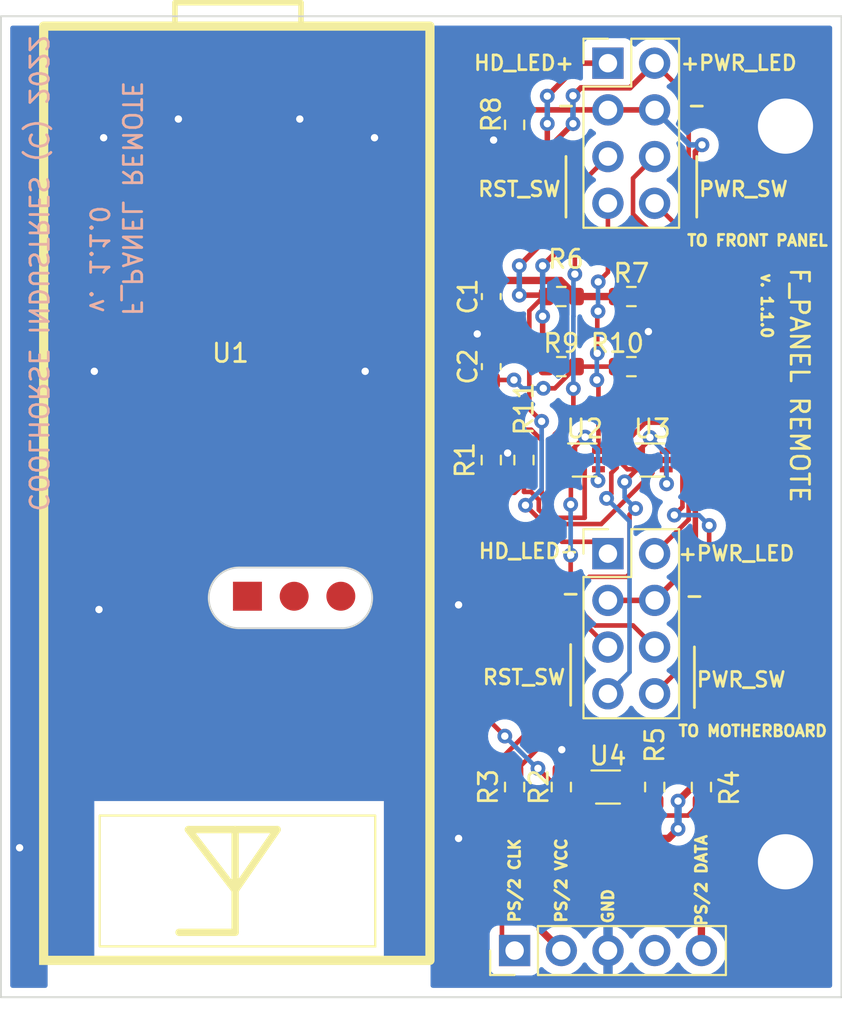
<source format=kicad_pcb>
(kicad_pcb (version 20221018) (generator pcbnew)
  (layers (0 "F.Cu" signal) (31 "B.Cu" signal) (34 "B.Paste" user) (35 "F.Paste" user) (36 "B.SilkS" user "B.Silkscreen") (37 "F.SilkS" user "F.Silkscreen") (38 "B.Mask" user) (39 "F.Mask" user) (44 "Edge.Cuts" user))
  (property "VERSION" "1.1.0")
  (net 0 "")
  (net 1 "Net-(J1-Pin_1)")
  (net 2 "Net-(J1-Pin_2)")
  (net 3 "HD_LED_SENS")
  (net 4 "GND")
  (net 5 "PWR_LED_SENS")
  (net 6 "Net-(J1-Pin_3)")
  (net 7 "Net-(J1-Pin_5)")
  (net 8 "Net-(J1-Pin_6)")
  (net 9 "Net-(J1-Pin_7)")
  (net 10 "Net-(J1-Pin_8)")
  (net 25 "PS2_CLK")
  (net 26 "PS2_VCC")
  (net 35 "PS2_DATA")
  (net 37 "RESET_SW")
  (net 40 "PI_PS2_CLK")
  (net 41 "PI_PS2_DATA")
  (net 42 "POWER_SW")
  (net 53 "Net-(U2-Q1_S)")
  (net 54 "Net-(U3-Q1_S)")
  (footprint "Resistor_SMD:R_0603_1608Metric" (layer "F.Cu") (at 151.384 112.776 90)
    (fp_text reference "R3" (at 0 -1.43 90) (layer "F.SilkS"))
    (fp_text value "10K")
    (pad "1" smd roundrect (at -0.825 0 90) (size 0.8 0.95) (layers "F.Cu" "F.Paste" "F.Mask") (net 26 "PS2_VCC"))
    (pad "2" smd roundrect (at 0.825 0 90) (size 0.8 0.95) (layers "F.Cu" "F.Paste" "F.Mask") (net 25 "PS2_CLK"))
  )
  (footprint "Resistor_SMD:R_0603_1608Metric" (layer "F.Cu") (at 153.924 89.916)
    (fp_text reference "R9" (at 0 -1.27) (layer "F.SilkS"))
    (fp_text value "10K")
    (pad "1" smd roundrect (at -0.825 0) (size 0.8 0.95) (layers "F.Cu" "F.Paste" "F.Mask") (net 2 "Net-(J1-Pin_2)"))
    (pad "2" smd roundrect (at 0.825 0) (size 0.8 0.95) (layers "F.Cu" "F.Paste" "F.Mask") (net 5 "PWR_LED_SENS"))
  )
  (footprint "Resistor_SMD:R_0603_1608Metric" (layer "F.Cu") (at 159.004 112.776 -90)
    (fp_text reference "R5" (at -2.286 0 90) (layer "F.SilkS"))
    (fp_text value "10K")
    (pad "1" smd roundrect (at -0.825 0 270) (size 0.8 0.95) (layers "F.Cu" "F.Paste" "F.Mask") (net 41 "PI_PS2_DATA"))
    (pad "2" smd roundrect (at 0.825 0 270) (size 0.8 0.95) (layers "F.Cu" "F.Paste" "F.Mask") (net 4 "GND"))
  )
  (footprint "Connector_PinHeader_2.54mm:PinHeader_1x05_P2.54mm_Vertical" (layer "F.Cu") (at 151.384 121.666 90)
    (fp_text reference "J3" hide)
    (fp_text value "PS/2 HDR")
    (pad "1" thru_hole rect (at 0 0 90) (size 1.7 1.7) (drill 1) (layers "*.Cu" "*.Mask") (net 25 "PS2_CLK"))
    (pad "2" thru_hole oval (at 0 2.54 90) (size 1.7 1.7) (drill 1) (layers "*.Cu" "*.Mask") (net 26 "PS2_VCC"))
    (pad "3" thru_hole oval (at 0 5.08 90) (size 1.7 1.7) (drill 1) (layers "*.Cu" "*.Mask") (net 4 "GND"))
    (pad "4" thru_hole oval (at 0 7.62 90) (size 1.7 1.7) (drill 1) (layers "*.Cu" "*.Mask"))
    (pad "5" thru_hole oval (at 0 10.16 90) (size 1.7 1.7) (drill 1) (layers "*.Cu" "*.Mask") (net 35 "PS2_DATA"))
  )
  (footprint "Package_TO_SOT_SMD:SOT-563" (layer "F.Cu") (at 158.877 94.996)
    (fp_text reference "U3" (at 0 -1.7) (layer "F.SilkS"))
    (fp_text value "SSM6N44FE")
    (pad "1" smd rect (at -0.75 -0.5) (size 0.7 0.34) (layers "F.Cu" "F.Paste" "F.Mask") (net 54 "Net-(U3-Q1_S)"))
    (pad "2" smd rect (at -0.75 0) (size 0.7 0.34) (layers "F.Cu" "F.Paste" "F.Mask") (net 42 "POWER_SW"))
    (pad "3" smd rect (at -0.75 0.5) (size 0.7 0.34) (layers "F.Cu" "F.Paste" "F.Mask") (net 8 "Net-(J1-Pin_6)"))
    (pad "4" smd rect (at 0.75 0.5) (size 0.7 0.34) (layers "F.Cu" "F.Paste" "F.Mask") (net 54 "Net-(U3-Q1_S)"))
    (pad "5" smd rect (at 0.75 0) (size 0.7 0.34) (layers "F.Cu" "F.Paste" "F.Mask") (net 42 "POWER_SW"))
    (pad "6" smd rect (at 0.75 -0.5) (size 0.7 0.34) (layers "F.Cu" "F.Paste" "F.Mask") (net 10 "Net-(J1-Pin_8)"))
  )
  (footprint "Package_TO_SOT_SMD:SOT-563" (layer "F.Cu") (at 156.464 112.776)
    (fp_text reference "U4" (at 0 -1.7) (layer "F.SilkS"))
    (fp_text value "SSM6N44FE")
    (pad "1" smd rect (at -0.75 -0.5) (size 0.7 0.34) (layers "F.Cu" "F.Paste" "F.Mask") (net 4 "GND"))
    (pad "2" smd rect (at -0.75 0) (size 0.7 0.34) (layers "F.Cu" "F.Paste" "F.Mask") (net 40 "PI_PS2_CLK"))
    (pad "3" smd rect (at -0.75 0.5) (size 0.7 0.34) (layers "F.Cu" "F.Paste" "F.Mask") (net 35 "PS2_DATA"))
    (pad "4" smd rect (at 0.75 0.5) (size 0.7 0.34) (layers "F.Cu" "F.Paste" "F.Mask") (net 4 "GND"))
    (pad "5" smd rect (at 0.75 0) (size 0.7 0.34) (layers "F.Cu" "F.Paste" "F.Mask") (net 41 "PI_PS2_DATA"))
    (pad "6" smd rect (at 0.75 -0.5) (size 0.7 0.34) (layers "F.Cu" "F.Paste" "F.Mask") (net 25 "PS2_CLK"))
  )
  (footprint "Resistor_SMD:R_0603_1608Metric" (layer "F.Cu") (at 150.114 94.996 90)
    (fp_text reference "R1" (at 0 -1.43 90) (layer "F.SilkS"))
    (fp_text value "10K")
    (pad "1" smd roundrect (at -0.825 0 90) (size 0.8 0.95) (layers "F.Cu" "F.Paste" "F.Mask") (net 37 "RESET_SW"))
    (pad "2" smd roundrect (at 0.825 0 90) (size 0.8 0.95) (layers "F.Cu" "F.Paste" "F.Mask") (net 4 "GND"))
  )
  (footprint "Resistor_SMD:R_0603_1608Metric" (layer "F.Cu") (at 157.734 89.916)
    (fp_text reference "R10" (at -0.762 -1.27) (layer "F.SilkS"))
    (fp_text value "10K")
    (pad "1" smd roundrect (at -0.825 0) (size 0.8 0.95) (layers "F.Cu" "F.Paste" "F.Mask") (net 5 "PWR_LED_SENS"))
    (pad "2" smd roundrect (at 0.825 0) (size 0.8 0.95) (layers "F.Cu" "F.Paste" "F.Mask") (net 4 "GND"))
  )
  (footprint "Resistor_SMD:R_0603_1608Metric" (layer "F.Cu") (at 151.384 76.771 90)
    (fp_text reference "R8" (at 0.571 -1.27 90) (layer "F.SilkS"))
    (fp_text value "0R")
    (pad "1" smd roundrect (at -0.825 0 90) (size 0.8 0.95) (layers "F.Cu" "F.Paste" "F.Mask") (net 4 "GND"))
    (pad "2" smd roundrect (at 0.825 0 90) (size 0.8 0.95) (layers "F.Cu" "F.Paste" "F.Mask") (net 6 "Net-(J1-Pin_3)"))
  )
  (footprint "Resistor_SMD:R_0603_1608Metric" (layer "F.Cu") (at 151.892 94.996 90)
    (fp_text reference "R11" (at 2.794 0 90) (layer "F.SilkS"))
    (fp_text value "10K")
    (pad "1" smd roundrect (at -0.825 0 90) (size 0.8 0.95) (layers "F.Cu" "F.Paste" "F.Mask") (net 42 "POWER_SW"))
    (pad "2" smd roundrect (at 0.825 0 90) (size 0.8 0.95) (layers "F.Cu" "F.Paste" "F.Mask") (net 4 "GND"))
  )
  (footprint "Capacitor_SMD:C_0603_1608Metric" (layer "F.Cu") (at 150.114 86.106 -90)
    (fp_text reference "C1" (at 0 1.27 90) (layer "F.SilkS"))
    (fp_text value "100nF")
    (pad "1" smd roundrect (at -0.775 0 270) (size 0.9 0.95) (layers "F.Cu" "F.Paste" "F.Mask") (net 3 "HD_LED_SENS"))
    (pad "2" smd roundrect (at 0.775 0 270) (size 0.9 0.95) (layers "F.Cu" "F.Paste" "F.Mask") (net 4 "GND"))
  )
  (footprint "Capacitor_SMD:C_0603_1608Metric" (layer "F.Cu") (at 150.114 89.916 90)
    (fp_text reference "C2" (at 0 -1.27 90) (layer "F.SilkS"))
    (fp_text value "100nF")
    (pad "1" smd roundrect (at -0.775 0 90) (size 0.9 0.95) (layers "F.Cu" "F.Paste" "F.Mask") (net 5 "PWR_LED_SENS"))
    (pad "2" smd roundrect (at 0.775 0 90) (size 0.9 0.95) (layers "F.Cu" "F.Paste" "F.Mask") (net 4 "GND"))
  )
  (footprint "Resistor_SMD:R_0603_1608Metric" (layer "F.Cu") (at 153.924 112.776 90)
    (fp_text reference "R2" (at 0 -1.2192 90) (layer "F.SilkS"))
    (fp_text value "10K")
    (pad "1" smd roundrect (at -0.825 0 90) (size 0.8 0.95) (layers "F.Cu" "F.Paste" "F.Mask") (net 40 "PI_PS2_CLK"))
    (pad "2" smd roundrect (at 0.825 0 90) (size 0.8 0.95) (layers "F.Cu" "F.Paste" "F.Mask") (net 4 "GND"))
  )
  (footprint "Connector_PinHeader_2.54mm:PinHeader_2x04_P2.54mm_Vertical" (layer "F.Cu") (at 156.459 73.416)
    (fp_text reference "J1" hide)
    (fp_text value "Conn_02x04_Odd_Even")
    (pad "1" thru_hole rect (at 0 0) (size 1.7 1.7) (drill 1) (layers "*.Cu" "*.Mask") (net 1 "Net-(J1-Pin_1)"))
    (pad "2" thru_hole oval (at 2.54 0) (size 1.7 1.7) (drill 1) (layers "*.Cu" "*.Mask") (net 2 "Net-(J1-Pin_2)"))
    (pad "3" thru_hole oval (at 0 2.54) (size 1.7 1.7) (drill 1) (layers "*.Cu" "*.Mask") (net 6 "Net-(J1-Pin_3)"))
    (pad "4" thru_hole oval (at 2.54 2.54) (size 1.7 1.7) (drill 1) (layers "*.Cu" "*.Mask") (net 6 "Net-(J1-Pin_3)"))
    (pad "5" thru_hole oval (at 0 5.08) (size 1.7 1.7) (drill 1) (layers "*.Cu" "*.Mask") (net 7 "Net-(J1-Pin_5)"))
    (pad "6" thru_hole oval (at 2.54 5.08) (size 1.7 1.7) (drill 1) (layers "*.Cu" "*.Mask") (net 8 "Net-(J1-Pin_6)"))
    (pad "7" thru_hole oval (at 0 7.62) (size 1.7 1.7) (drill 1) (layers "*.Cu" "*.Mask") (net 9 "Net-(J1-Pin_7)"))
    (pad "8" thru_hole oval (at 2.54 7.62) (size 1.7 1.7) (drill 1) (layers "*.Cu" "*.Mask") (net 10 "Net-(J1-Pin_8)"))
  )
  (footprint "Resistor_SMD:R_0603_1608Metric" (layer "F.Cu") (at 153.924 86.106)
    (fp_text reference "R6" (at 0.254 -2.032) (layer "F.SilkS"))
    (fp_text value "10K")
    (pad "1" smd roundrect (at -0.825 0) (size 0.8 0.95) (layers "F.Cu" "F.Paste" "F.Mask") (net 1 "Net-(J1-Pin_1)"))
    (pad "2" smd roundrect (at 0.825 0) (size 0.8 0.95) (layers "F.Cu" "F.Paste" "F.Mask") (net 3 "HD_LED_SENS"))
  )
  (footprint "components:pi_pico_w" (layer "F.Cu") (at 124.979 122.201)
    (fp_text reference "U1" (at 10.95 -33.02 unlocked) (layer "F.SilkS"))
    (fp_text value "pi_pico_w")
    (pad "1" smd roundrect (at 1.6 -49.63) (size 3.2 1.6) (layers "F.Cu" "F.Paste" "F.Mask") (roundrect_rratio 0.45) (chamfer_ratio 0) (chamfer top_left bottom_left))
    (pad "2" smd roundrect (at 1.6 -47.09) (size 3.2 1.6) (layers "F.Cu" "F.Paste" "F.Mask") (roundrect_rratio 0.45) (chamfer_ratio 0) (chamfer top_left bottom_left))
    (pad "3" smd roundrect (at 1.6 -44.55) (size 3.2 1.6) (layers "F.Cu" "F.Paste" "F.Mask") (roundrect_rratio 0.2) (chamfer_ratio 0) (chamfer top_left bottom_left) (net 4 "GND"))
    (pad "4" smd roundrect (at 1.6 -42.01) (size 3.2 1.6) (layers "F.Cu" "F.Paste" "F.Mask") (roundrect_rratio 0.45) (chamfer_ratio 0) (chamfer top_left bottom_left) (net 40 "PI_PS2_CLK"))
    (pad "5" smd roundrect (at 1.6 -39.47) (size 3.2 1.6) (layers "F.Cu" "F.Paste" "F.Mask") (roundrect_rratio 0.45) (chamfer_ratio 0) (chamfer top_left bottom_left) (net 41 "PI_PS2_DATA"))
    (pad "6" smd roundrect (at 1.6 -36.93) (size 3.2 1.6) (layers "F.Cu" "F.Paste" "F.Mask") (roundrect_rratio 0.45) (chamfer_ratio 0) (chamfer top_left bottom_left))
    (pad "7" smd roundrect (at 1.6 -34.39) (size 3.2 1.6) (layers "F.Cu" "F.Paste" "F.Mask") (roundrect_rratio 0.45) (chamfer_ratio 0) (chamfer top_left bottom_left))
    (pad "8" smd roundrect (at 1.6 -31.85) (size 3.2 1.6) (layers "F.Cu" "F.Paste" "F.Mask") (roundrect_rratio 0.2) (chamfer_ratio 0) (chamfer top_left bottom_left) (net 4 "GND"))
    (pad "9" smd roundrect (at 1.6 -29.31) (size 3.2 1.6) (layers "F.Cu" "F.Paste" "F.Mask") (roundrect_rratio 0.45) (chamfer_ratio 0) (chamfer top_left bottom_left))
    (pad "10" smd roundrect (at 1.6 -26.77) (size 3.2 1.6) (layers "F.Cu" "F.Paste" "F.Mask") (roundrect_rratio 0.45) (chamfer_ratio 0) (chamfer top_left bottom_left))
    (pad "11" smd roundrect (at 1.6 -24.23) (size 3.2 1.6) (layers "F.Cu" "F.Paste" "F.Mask") (roundrect_rratio 0.45) (chamfer_ratio 0) (chamfer top_left bottom_left))
    (pad "12" smd roundrect (at 1.6 -21.69) (size 3.2 1.6) (layers "F.Cu" "F.Paste" "F.Mask") (roundrect_rratio 0.45) (chamfer_ratio 0) (chamfer top_left bottom_left))
    (pad "13" smd roundrect (at 1.6 -19.15) (size 3.2 1.6) (layers "F.Cu" "F.Paste" "F.Mask") (roundrect_rratio 0.2) (chamfer_ratio 0) (chamfer top_left bottom_left) (net 4 "GND"))
    (pad "14" smd roundrect (at 1.6 -16.61) (size 3.2 1.6) (layers "F.Cu" "F.Paste" "F.Mask") (roundrect_rratio 0.45) (chamfer_ratio 0) (chamfer top_left bottom_left))
    (pad "15" smd roundrect (at 1.6 -14.07) (size 3.2 1.6) (layers "F.Cu" "F.Paste" "F.Mask") (roundrect_rratio 0.45) (chamfer_ratio 0) (chamfer top_left bottom_left))
    (pad "16" smd roundrect (at 1.6 -11.53) (size 3.2 1.6) (layers "F.Cu" "F.Paste" "F.Mask") (roundrect_rratio 0.45) (chamfer_ratio 0) (chamfer top_left bottom_left))
    (pad "17" smd roundrect (at 1.6 -8.99) (size 3.2 1.6) (layers "F.Cu" "F.Paste" "F.Mask") (roundrect_rratio 0.45) (chamfer_ratio 0) (chamfer top_left bottom_left))
    (pad "18" smd roundrect (at 1.6 -6.45) (size 3.2 1.6) (layers "F.Cu" "F.Paste" "F.Mask") (roundrect_rratio 0.2) (chamfer_ratio 0) (chamfer top_left bottom_left) (net 4 "GND"))
    (pad "19" smd roundrect (at 1.6 -3.91) (size 3.2 1.6) (layers "F.Cu" "F.Paste" "F.Mask") (roundrect_rratio 0.45) (chamfer_ratio 0) (chamfer top_left bottom_left))
    (pad "20" smd roundrect (at 1.6 -1.37) (size 3.2 1.6) (layers "F.Cu" "F.Paste" "F.Mask") (roundrect_rratio 0.45) (chamfer_ratio 0) (chamfer top_left bottom_left))
    (pad "21" smd roundrect (at 20.98 -1.37 180) (size 3.2 1.6) (layers "F.Cu" "F.Paste" "F.Mask") (roundrect_rratio 0.45) (chamfer_ratio 0) (chamfer top_left bottom_left))
    (pad "22" smd roundrect (at 20.98 -3.91 180) (size 3.2 1.6) (layers "F.Cu" "F.Paste" "F.Mask") (roundrect_rratio 0.45) (chamfer_ratio 0) (chamfer top_left bottom_left))
    (pad "23" smd roundrect (at 20.98 -6.45 180) (size 3.2 1.6) (layers "F.Cu" "F.Paste" "F.Mask") (roundrect_rratio 0.2) (chamfer_ratio 0) (chamfer top_left bottom_left) (net 4 "GND"))
    (pad "24" smd roundrect (at 20.98 -8.99 180) (size 3.2 1.6) (layers "F.Cu" "F.Paste" "F.Mask") (roundrect_rratio 0.45) (chamfer_ratio 0) (chamfer top_left bottom_left))
    (pad "25" smd roundrect (at 20.98 -11.53 180) (size 3.2 1.6) (layers "F.Cu" "F.Paste" "F.Mask") (roundrect_rratio 0.45) (chamfer_ratio 0) (chamfer top_left bottom_left))
    (pad "26" smd roundrect (at 20.98 -14.07 180) (size 3.2 1.6) (layers "F.Cu" "F.Paste" "F.Mask") (roundrect_rratio 0.45) (chamfer_ratio 0) (chamfer top_left bottom_left))
    (pad "27" smd roundrect (at 20.98 -16.61 180) (size 3.2 1.6) (layers "F.Cu" "F.Paste" "F.Mask") (roundrect_rratio 0.45) (chamfer_ratio 0) (chamfer top_left bottom_left) (net 37 "RESET_SW"))
    (pad "28" smd roundrect (at 20.98 -19.15 180) (size 3.2 1.6) (layers "F.Cu" "F.Paste" "F.Mask") (roundrect_rratio 0.2) (chamfer_ratio 0) (chamfer top_left bottom_left) (net 4 "GND"))
    (pad "29" smd roundrect (at 20.98 -21.69 180) (size 3.2 1.6) (layers "F.Cu" "F.Paste" "F.Mask") (roundrect_rratio 0.45) (chamfer_ratio 0) (chamfer top_left bottom_left) (net 42 "POWER_SW"))
    (pad "30" smd roundrect (at 20.98 -24.23 180) (size 3.2 1.6) (layers "F.Cu" "F.Paste" "F.Mask") (roundrect_rratio 0.45) (chamfer_ratio 0) (chamfer top_left bottom_left))
    (pad "31" smd roundrect (at 20.98 -26.77 180) (size 3.2 1.6) (layers "F.Cu" "F.Paste" "F.Mask") (roundrect_rratio 0.45) (chamfer_ratio 0) (chamfer top_left bottom_left) (net 3 "HD_LED_SENS"))
    (pad "32" smd roundrect (at 20.98 -29.31 180) (size 3.2 1.6) (layers "F.Cu" "F.Paste" "F.Mask") (roundrect_rratio 0.45) (chamfer_ratio 0) (chamfer top_left bottom_left) (net 5 "PWR_LED_SENS"))
    (pad "33" smd roundrect (at 20.98 -31.85 180) (size 3.2 1.6) (layers "F.Cu" "F.Paste" "F.Mask") (roundrect_rratio 0.2) (chamfer_ratio 0) (chamfer top_left bottom_left) (net 4 "GND"))
    (pad "34" smd roundrect (at 20.98 -34.39 180) (size 3.2 1.6) (layers "F.Cu" "F.Paste" "F.Mask") (roundrect_rratio 0.45) (chamfer_ratio 0) (chamfer top_left bottom_left))
    (pad "35" smd roundrect (at 20.98 -36.93 180) (size 3.2 1.6) (layers "F.Cu" "F.Paste" "F.Mask") (roundrect_rratio 0.45) (chamfer_ratio 0) (chamfer top_left bottom_left))
    (pad "36" smd roundrect (at 20.98 -39.47 180) (size 3.2 1.6) (layers "F.Cu" "F.Paste" "F.Mask") (roundrect_rratio 0.45) (chamfer_ratio 0) (chamfer top_left bottom_left))
    (pad "37" smd roundrect (at 20.98 -42.01 180) (size 3.2 1.6) (layers "F.Cu" "F.Paste" "F.Mask") (roundrect_rratio 0.45) (chamfer_ratio 0) (chamfer top_left bottom_left))
    (pad "38" smd roundrect (at 20.98 -44.55 180) (size 3.2 1.6) (layers "F.Cu" "F.Paste" "F.Mask") (roundrect_rratio 0.2) (chamfer_ratio 0) (chamfer top_left bottom_left) (net 4 "GND"))
    (pad "39" smd roundrect (at 20.98 -47.09 180) (size 3.2 1.6) (layers "F.Cu" "F.Paste" "F.Mask") (roundrect_rratio 0.45) (chamfer_ratio 0) (chamfer top_left bottom_left))
    (pad "40" smd roundrect (at 20.98 -49.63 180) (size 3.2 1.6) (layers "F.Cu" "F.Paste" "F.Mask") (roundrect_rratio 0.45) (chamfer_ratio 0) (chamfer top_left bottom_left))
    (pad "41" smd rect (at 11.8741 -19.8) (size 1.5748 1.5748) (layers "F.Cu" "F.Paste" "F.Mask"))
    (pad "42" smd circle (at 14.4141 -19.8) (size 1.5748 1.5748) (layers "F.Cu" "F.Paste" "F.Mask"))
    (pad "43" smd circle (at 16.9541 -19.8) (size 1.5748 1.5748) (layers "F.Cu" "F.Paste" "F.Mask"))
    (pad "44" smd roundrect (at 11.29 -46.5) (size 1.5 1.5) (layers "F.Cu" "F.Paste" "F.Mask") (roundrect_rratio 0.2) (net 4 "GND"))
    (pad "45" smd roundrect (at 12.29 -49.8) (size 1.5 1.5) (layers "F.Cu" "F.Paste" "F.Mask") (roundrect_rratio 0.2))
    (pad "46" smd roundrect (at 10.29 -49.8) (size 1.5 1.5) (layers "F.Cu" "F.Paste" "F.Mask") (roundrect_rratio 0.2))
    (pad "47" smd roundrect (at 8.565 -49.5) (size 1.1 1.8) (layers "F.Cu" "F.Paste" "F.Mask") (roundrect_rratio 0.5) (net 4 "GND"))
    (pad "48" smd roundrect (at 8.865 -46.47) (size 1.05 1.45) (layers "F.Cu" "F.Paste" "F.Mask") (roundrect_rratio 0.5) (net 4 "GND"))
    (pad "49" smd roundrect (at 14.015 -49.5) (size 1.1 1.8) (layers "F.Cu" "F.Paste" "F.Mask") (roundrect_rratio 0.5) (net 4 "GND"))
    (pad "50" smd roundrect (at 13.715 -46.47) (size 1.05 1.45) (layers "F.Cu" "F.Paste" "F.Mask") (roundrect_rratio 0.5) (net 4 "GND"))
    (pad "51" smd roundrect (at 8.79 -43) (size 1.5 1.5) (layers "F.Cu" "F.Paste" "F.Mask") (roundrect_rratio 0.2))
    (pad "52" smd roundrect (at 8.79 -40.5) (size 1.5 1.5) (layers "F.Cu" "F.Paste" "F.Mask") (roundrect_rratio 0.2))
    (pad "53" smd roundrect (at 8.79 -38) (size 1.5 1.5) (layers "F.Cu" "F.Paste" "F.Mask") (roundrect_rratio 0.2))
  )
  (footprint "Package_TO_SOT_SMD:SOT-563" (layer "F.Cu") (at 155.194 94.996)
    (fp_text reference "U2" (at 0 -1.7) (layer "F.SilkS"))
    (fp_text value "SSM6N44FE")
    (pad "1" smd rect (at -0.75 -0.5) (size 0.7 0.34) (layers "F.Cu" "F.Paste" "F.Mask") (net 53 "Net-(U2-Q1_S)"))
    (pad "2" smd rect (at -0.75 0) (size 0.7 0.34) (layers "F.Cu" "F.Paste" "F.Mask") (net 37 "RESET_SW"))
    (pad "3" smd rect (at -0.75 0.5) (size 0.7 0.34) (layers "F.Cu" "F.Paste" "F.Mask") (net 7 "Net-(J1-Pin_5)"))
    (pad "4" smd rect (at 0.75 0.5) (size 0.7 0.34) (layers "F.Cu" "F.Paste" "F.Mask") (net 53 "Net-(U2-Q1_S)"))
    (pad "5" smd rect (at 0.75 0) (size 0.7 0.34) (layers "F.Cu" "F.Paste" "F.Mask") (net 37 "RESET_SW"))
    (pad "6" smd rect (at 0.75 -0.5) (size 0.7 0.34) (layers "F.Cu" "F.Paste" "F.Mask") (net 9 "Net-(J1-Pin_7)"))
  )
  (footprint "Resistor_SMD:R_0603_1608Metric" (layer "F.Cu") (at 157.734 86.106)
    (fp_text reference "R7" (at 0 -1.27) (layer "F.SilkS"))
    (fp_text value "10K")
    (pad "1" smd roundrect (at -0.825 0) (size 0.8 0.95) (layers "F.Cu" "F.Paste" "F.Mask") (net 3 "HD_LED_SENS"))
    (pad "2" smd roundrect (at 0.825 0) (size 0.8 0.95) (layers "F.Cu" "F.Paste" "F.Mask") (net 4 "GND"))
  )
  (footprint "Resistor_SMD:R_0603_1608Metric" (layer "F.Cu") (at 161.544 112.776 -90)
    (fp_text reference "R4" (at 0.0508 -1.524 90) (layer "F.SilkS"))
    (fp_text value "10K")
    (pad "1" smd roundrect (at -0.825 0 270) (size 0.8 0.95) (layers "F.Cu" "F.Paste" "F.Mask") (net 26 "PS2_VCC"))
    (pad "2" smd roundrect (at 0.825 0 270) (size 0.8 0.95) (layers "F.Cu" "F.Paste" "F.Mask") (net 35 "PS2_DATA"))
  )
  (footprint "Connector_PinHeader_2.54mm:PinHeader_2x04_P2.54mm_Vertical" (layer "F.Cu") (at 156.459 100.086)
    (fp_text reference "J2" hide)
    (fp_text value "Conn_02x04_Odd_Even")
    (pad "1" thru_hole rect (at 0 0) (size 1.7 1.7) (drill 1) (layers "*.Cu" "*.Mask") (net 1 "Net-(J1-Pin_1)"))
    (pad "2" thru_hole oval (at 2.54 0) (size 1.7 1.7) (drill 1) (layers "*.Cu" "*.Mask") (net 2 "Net-(J1-Pin_2)"))
    (pad "3" thru_hole oval (at 0 2.54) (size 1.7 1.7) (drill 1) (layers "*.Cu" "*.Mask") (net 6 "Net-(J1-Pin_3)"))
    (pad "4" thru_hole oval (at 2.54 2.54) (size 1.7 1.7) (drill 1) (layers "*.Cu" "*.Mask") (net 6 "Net-(J1-Pin_3)"))
    (pad "5" thru_hole oval (at 0 5.08) (size 1.7 1.7) (drill 1) (layers "*.Cu" "*.Mask") (net 7 "Net-(J1-Pin_5)"))
    (pad "6" thru_hole oval (at 2.54 5.08) (size 1.7 1.7) (drill 1) (layers "*.Cu" "*.Mask") (net 8 "Net-(J1-Pin_6)"))
    (pad "7" thru_hole oval (at 0 7.62) (size 1.7 1.7) (drill 1) (layers "*.Cu" "*.Mask") (net 9 "Net-(J1-Pin_7)"))
    (pad "8" thru_hole oval (at 2.54 7.62) (size 1.7 1.7) (drill 1) (layers "*.Cu" "*.Mask") (net 10 "Net-(J1-Pin_8)"))
  )
  (gr_line (start 161.163 105.156) (end 161.163 108.458) (stroke (width 0.15)) (layer "F.SilkS"))
  (gr_line (start 154.432 105.029) (end 154.432 108.331) (stroke (width 0.15)) (layer "F.SilkS"))
  (gr_line (start 154.178 78.486) (end 154.178 81.788) (stroke (width 0.15)) (layer "F.SilkS"))
  (gr_line (start 161.29 78.486) (end 161.29 81.788) (stroke (width 0.15)) (layer "F.SilkS"))
  (gr_arc (start 141.986 100.838) (mid 143.637 102.489) (end 141.986 104.14) (stroke (width 0.1)) (layer "Edge.Cuts"))
  (gr_rect (start 123.444 70.866) (end 169.164 124.206) (stroke (width 0.1)) (fill none) (layer "Edge.Cuts"))
  (gr_arc (start 136.398 104.14) (mid 134.747 102.489) (end 136.398 100.838) (stroke (width 0.1)) (layer "Edge.Cuts"))
  (gr_line (start 141.986 100.838) (end 136.398 100.838) (stroke (width 0.1)) (layer "Edge.Cuts"))
  (gr_line (start 136.398 104.14) (end 141.986 104.14) (stroke (width 0.1)) (layer "Edge.Cuts"))
  (gr_text "F_PANEL REMOTE" (at 130.556 80.772 270) (layer "B.SilkS") (effects (font (size 1 1)) (justify mirror)))
  (gr_text "v. ${VERSION}" (at 128.778 84.074 270) (layer "B.SilkS") (effects (font (size 1 1)) (justify mirror)))
  (gr_text "COOLHORSE INDUSTRIES (C) 2022" (at 125.476 84.836 270) (layer "B.SilkS") (effects (font (size 1 1)) (justify mirror)))
  (gr_text "TO MOTHERBOARD" (at 164.338 109.728) (layer "F.SilkS") (effects (font (size 0.6 0.6))))
  (gr_text "+PWR_LED" (at 163.449 100.076) (layer "F.SilkS") (effects (font (size 0.8 0.8))))
  (gr_text "v. ${VERSION}" (at 165.1 86.614 270) (layer "F.SilkS") (effects (font (size 0.6 0.6))))
  (gr_text "GND" (at 156.464 119.253 90) (layer "F.SilkS") (effects (font (size 0.6 0.6))))
  (gr_text "RST_SW" (at 151.892 106.807) (layer "F.SilkS") (effects (font (size 0.8 0.8))))
  (gr_text "PS/2 DATA" (at 161.544 117.856 90) (layer "F.SilkS") (effects (font (size 0.6 0.6))))
  (gr_text "-" (at 154.432 102.235) (layer "F.SilkS") (effects (font (size 0.8 0.8))))
  (gr_text "TO FRONT PANEL" (at 164.592 83.058) (layer "F.SilkS") (effects (font (size 0.6 0.6))))
  (gr_text "PWR_SW" (at 163.703 106.934) (layer "F.SilkS") (effects (font (size 0.8 0.8))))
  (gr_text "PS/2 CLK" (at 151.384 117.856 90) (layer "F.SilkS") (effects (font (size 0.6 0.6))))
  (gr_text "PWR_SW" (at 163.83 80.264) (layer "F.SilkS") (effects (font (size 0.8 0.8))))
  (gr_text "-" (at 154.178 75.692) (layer "F.SilkS") (effects (font (size 0.8 0.8))))
  (gr_text "+PWR_LED" (at 163.576 73.406) (layer "F.SilkS") (effects (font (size 0.8 0.8))))
  (gr_text "PS/2 VCC" (at 153.924 117.856 90) (layer "F.SilkS") (effects (font (size 0.6 0.6))))
  (gr_text "F_PANEL REMOTE" (at 166.878 90.932 270) (layer "F.SilkS") (effects (font (size 1 1))))
  (gr_text "-" (at 161.163 102.362) (layer "F.SilkS") (effects (font (size 0.8 0.8))))
  (gr_text "-" (at 161.29 75.692) (layer "F.SilkS") (effects (font (size 0.8 0.8))))
  (gr_text "RST_SW" (at 151.638 80.264) (layer "F.SilkS") (effects (font (size 0.8 0.8))))
  (gr_text "HD_LED+" (at 152.146 99.949) (layer "F.SilkS") (effects (font (size 0.8 0.8))))
  (gr_text "HD_LED+" (at 151.892 73.406) (layer "F.SilkS") (effects (font (size 0.8 0.8))))
  (segment (start 156.459 100.086) (end 155.814 99.441) (width 0.25) (layer "F.Cu") (net 1))
  (segment (start 152.957195 86.106) (end 153.099 86.106) (width 0.25) (layer "F.Cu") (net 1))
  (segment (start 154.9525 73.416) (end 153.162 75.2065) (width 0.3) (layer "F.Cu") (net 1))
  (segment (start 153.162 76.7055) (end 153.162 82.9075) (width 0.3) (layer "F.Cu") (net 1))
  (segment (start 152.183 92.21994) (end 152.183 86.880195) (width 0.25) (layer "F.Cu") (net 1))
  (segment (start 156.459 73.416) (end 154.9525 73.416) (width 0.3) (layer "F.Cu") (net 1))
  (segment (start 152.183 86.880195) (end 152.957195 86.106) (width 0.25) (layer "F.Cu") (net 1))
  (segment (start 152.85403 92.89097) (end 152.183 92.21994) (width 0.25) (layer "F.Cu") (net 1))
  (segment (start 151.638 86.0305) (end 153.0235 86.0305) (width 0.3) (layer "F.Cu") (net 1))
  (segment (start 153.0235 86.0305) (end 153.099 86.106) (width 0.3) (layer "F.Cu") (net 1))
  (segment (start 155.814 99.441) (end 153.961081 99.441) (width 0.25) (layer "F.Cu") (net 1))
  (segment (start 153.162 82.9075) (end 151.638 84.4315) (width 0.3) (layer "F.Cu") (net 1))
  (segment (start 153.961081 99.441) (end 151.97404 97.453959) (width 0.25) (layer "F.Cu") (net 1))
  (via (at 151.638 86.0305) (size 0.8) (drill 0.4) (layers "F.Cu" "B.Cu") (net 1))
  (via (at 153.162 75.2065) (size 0.8) (drill 0.4) (layers "F.Cu" "B.Cu") (net 1))
  (via (at 152.85403 92.89097) (size 0.8) (drill 0.4) (layers "F.Cu" "B.Cu") (net 1))
  (via (at 151.638 84.4315) (size 0.8) (drill 0.4) (layers "F.Cu" "B.Cu") (net 1))
  (via (at 153.162 76.7055) (size 0.8) (drill 0.4) (layers "F.Cu" "B.Cu") (net 1))
  (via (at 151.97404 97.453959) (size 0.8) (drill 0.4) (layers "F.Cu" "B.Cu") (net 1))
  (segment (start 151.97404 97.453959) (end 152.85403 96.573969) (width 0.25) (layer "B.Cu") (net 1))
  (segment (start 151.638 84.4315) (end 151.638 86.0305) (width 0.3) (layer "B.Cu") (net 1))
  (segment (start 153.162 75.2065) (end 153.162 76.7055) (width 0.3) (layer "B.Cu") (net 1))
  (segment (start 152.85403 96.573969) (end 152.85403 92.89097) (width 0.25) (layer "B.Cu") (net 1))
  (segment (start 158.999 73.416) (end 160.851 75.268) (width 0.25) (layer "F.Cu") (net 2))
  (segment (start 158.999 73.416) (end 157.659 74.756) (width 0.3) (layer "F.Cu") (net 2))
  (segment (start 152.908 87.1805) (end 152.908 89.725) (width 0.3) (layer "F.Cu") (net 2))
  (segment (start 160.851 75.268) (end 160.851 98.234) (width 0.25) (layer "F.Cu") (net 2))
  (segment (start 152.908 89.725) (end 153.099 89.916) (width 0.3) (layer "F.Cu") (net 2))
  (segment (start 154.559 76.7055) (end 153.662 77.6025) (width 0.3) (layer "F.Cu") (net 2))
  (segment (start 153.662 77.6025) (end 153.662 83.6775) (width 0.3) (layer "F.Cu") (net 2))
  (segment (start 157.659 74.756) (end 154.987 74.756) (width 0.3) (layer "F.Cu") (net 2))
  (segment (start 154.987 74.756) (end 154.559 75.184) (width 0.3) (layer "F.Cu") (net 2))
  (segment (start 153.662 83.6775) (end 152.908 84.4315) (width 0.3) (layer "F.Cu") (net 2))
  (segment (start 160.851 98.234) (end 158.999 100.086) (width 0.25) (layer "F.Cu") (net 2))
  (via (at 154.559 76.7055) (size 0.8) (drill 0.4) (layers "F.Cu" "B.Cu") (net 2))
  (via (at 154.559 75.184) (size 0.8) (drill 0.4) (layers "F.Cu" "B.Cu") (net 2))
  (via (at 152.908 87.1805) (size 0.8) (drill 0.4) (layers "F.Cu" "B.Cu") (net 2))
  (via (at 152.908 84.4315) (size 0.8) (drill 0.4) (layers "F.Cu" "B.Cu") (net 2))
  (segment (start 152.908 84.4315) (end 152.908 87.1805) (width 0.3) (layer "B.Cu") (net 2))
  (segment (start 154.559 75.184) (end 154.559 76.7055) (width 0.3) (layer "B.Cu") (net 2))
  (segment (start 142.24 86.36) (end 144.526 84.074) (width 0.25) (layer "F.Cu") (net 3))
  (segment (start 153.874 85.231) (end 150.214 85.231) (width 0.4) (layer "F.Cu") (net 3))
  (segment (start 150.214 85.231) (end 150.114 85.331) (width 0.4) (layer "F.Cu") (net 3))
  (segment (start 154.749 86.106) (end 153.874 85.231) (width 0.4) (layer "F.Cu") (net 3))
  (segment (start 144.526 84.074) (end 148.857 84.074) (width 0.25) (layer "F.Cu") (net 3))
  (segment (start 142.24 91.712) (end 142.24 86.36) (width 0.25) (layer "F.Cu") (net 3))
  (segment (start 145.959 95.431) (end 142.24 91.712) (width 0.25) (layer "F.Cu") (net 3))
  (segment (start 148.857 84.074) (end 150.114 85.331) (width 0.25) (layer "F.Cu") (net 3))
  (segment (start 154.749 86.106) (end 156.909 86.106) (width 0.4) (layer "F.Cu") (net 3))
  (segment (start 138.694 75.731) (end 138.977 75.731) (width 0.7) (layer "F.Cu") (net 4))
  (segment (start 145.959 115.751) (end 148.155 115.751) (width 1) (layer "F.Cu") (net 4))
  (segment (start 150.114 94.171) (end 151.892 94.171) (width 0.4) (layer "F.Cu") (net 4))
  (segment (start 151.384 77.596) (end 150.242 77.596) (width 0.4) (layer "F.Cu") (net 4))
  (segment (start 156.4894 113.1514) (end 156.4894 112.5728) (width 0.25) (layer "F.Cu") (net 4))
  (segment (start 128.343 90.351) (end 128.524 90.17) (width 1) (layer "F.Cu") (net 4))
  (segment (start 128.851 77.651) (end 129.032 77.47) (width 1) (layer "F.Cu") (net 4))
  (segment (start 150.114 87.884) (end 149.86 88.138) (width 0.7) (layer "F.Cu") (net 4))
  (segment (start 158.559 89.916) (end 158.559 88.075) (width 0.25) (layer "F.Cu") (net 4))
  (segment (start 157.214 113.276) (end 158.679 113.276) (width 0.25) (layer "F.Cu") (net 4))
  (segment (start 136.269 75.701) (end 138.664 75.701) (width 0.7) (layer "F.Cu") (net 4))
  (segment (start 133.819 75.731) (end 133.096 76.454) (width 0.7) (layer "F.Cu") (net 4))
  (segment (start 126.579 115.751) (end 124.787 115.751) (width 0.7) (layer "F.Cu") (net 4))
  (segment (start 150.114 89.141) (end 150.114 87.884) (width 0.7) (layer "F.Cu") (net 4))
  (segment (start 151.003 94.615) (end 150.114 94.107) (width 0.4) (layer "F.Cu") (net 4))
  (segment (start 156.4894 112.5728) (end 156.1926 112.276) (width 0.25) (layer "F.Cu") (net 4))
  (segment (start 126.579 77.651) (end 128.851 77.651) (width 1) (layer "F.Cu") (net 4))
  (segment (start 143.437 90.351) (end 143.256 90.17) (width 1) (layer "F.Cu") (net 4))
  (segment (start 158.559 88.075) (end 158.559 86.106) (width 0.25) (layer "F.Cu") (net 4))
  (segment (start 138.977 75.731) (end 139.7 76.454) (width 0.7) (layer "F.Cu") (net 4))
  (segment (start 139.7 73.407) (end 138.994 72.701) (width 0.7) (layer "F.Cu") (net 4))
  (segment (start 132.588 75.438) (end 132.588 73.657) (width 0.7) (layer "F.Cu") (net 4))
  (segment (start 138.664 75.701) (end 138.694 75.731) (width 0.7) (layer "F.Cu") (net 4))
  (segment (start 153.924 110.7694) (end 153.9494 110.744) (width 0.25) (layer "F.Cu") (net 4))
  (segment (start 128.705 103.051) (end 128.778 103.124) (width 0.7) (layer "F.Cu") (net 4))
  (segment (start 153.924 111.951) (end 153.924 110.7694) (width 0.25) (layer "F.Cu") (net 4))
  (segment (start 150.114 87.884) (end 150.114 86.881) (width 0.7) (layer "F.Cu") (net 4))
  (segment (start 132.588 73.657) (end 133.544 72.701) (width 0.7) (layer "F.Cu") (net 4))
  (segment (start 133.844 75.731) (end 133.819 75.731) (width 0.7) (layer "F.Cu") (net 4))
  (segment (start 149.86 88.138) (end 149.352 88.138) (width 0.7) (layer "F.Cu") (net 4))
  (segment (start 139.7 74.725) (end 139.7 73.407) (width 0.7) (layer "F.Cu") (net 4))
  (segment (start 145.959 103.051) (end 148.155 103.051) (width 1) (layer "F.Cu") (net 4))
  (segment (start 148.155 115.751) (end 148.336 115.57) (width 1) (layer "F.Cu") (net 4))
  (segment (start 148.155 103.051) (end 148.336 102.87) (width 1) (layer "F.Cu") (net 4))
  (segment (start 150.114 94.107) (end 150.114 94.171) (width 0.4) (layer "F.Cu") (net 4))
  (segment (start 145.959 90.351) (end 143.437 90.351) (width 1) (layer "F.Cu") (net 4))
  (segment (start 155.714 112.276) (end 154.249 112.276) (width 0.25) (layer "F.Cu") (net 4))
  (segment (start 145.959 77.651) (end 143.945 77.651) (width 1) (layer "F.Cu") (net 4))
  (segment (start 136.239 75.731) (end 136.269 75.701) (width 0.7) (layer "F.Cu") (net 4))
  (segment (start 154.249 112.276) (end 153.924 111.951) (width 0.25) (layer "F.Cu") (net 4))
  (segment (start 158.5965 88.075) (end 158.6605 88.011) (width 0.25) (layer "F.Cu") (net 4))
  (segment (start 126.579 90.351) (end 128.343 90.351) (width 1) (layer "F.Cu") (net 4))
  (segment (start 126.579 103.051) (end 128.705 103.051) (width 0.7) (layer "F.Cu") (net 4))
  (segment (start 156.614 113.276) (end 156.4894 113.1514) (width 0.25) (layer "F.Cu") (net 4))
  (segment (start 143.945 77.651) (end 143.764 77.47) (width 1) (layer "F.Cu") (net 4))
  (segment (start 132.881 75.731) (end 132.588 75.438) (width 0.7) (layer "F.Cu") (net 4))
  (segment (start 158.559 88.075) (end 158.5965 88.075) (width 0.25) (layer "F.Cu") (net 4))
  (segment (start 124.787 115.751) (end 124.46 116.078) (width 0.7) (layer "F.Cu") (net 4))
  (segment (start 138.694 75.731) (end 139.7 74.725) (width 0.7) (layer "F.Cu") (net 4))
  (segment (start 150.242 77.596) (end 150.241 77.597) (width 0.4) (layer "F.Cu") (net 4))
  (segment (start 133.844 75.731) (end 136.239 75.731) (width 0.7) (layer "F.Cu") (net 4))
  (segment (start 156.1926 112.276) (end 155.714 112.276) (width 0.25) (layer "F.Cu") (net 4))
  (segment (start 133.844 75.731) (end 132.881 75.731) (width 0.7) (layer "F.Cu") (net 4))
  (segment (start 158.679 113.276) (end 159.004 113.601) (width 0.25) (layer "F.Cu") (net 4))
  (segment (start 157.214 113.276) (end 156.614 113.276) (width 0.25) (layer "F.Cu") (net 4))
  (via (at 153.9494 110.744) (size 0.8) (drill 0.4) (layers "F.Cu" "B.Cu") (net 4))
  (via (at 143.256 90.17) (size 0.8) (drill 0.4) (layers "F.Cu" "B.Cu") (net 4))
  (via (at 166.116 116.84) (size 5) (drill 3) (layers "F.Cu" "B.Cu") (net 4))
  (via (at 150.241 77.597) (size 0.8) (drill 0.4) (layers "F.Cu" "B.Cu") (net 4))
  (via (at 158.6605 88.011) (size 0.8) (drill 0.4) (layers "F.Cu" "B.Cu") (net 4))
  (via (at 139.7 76.454) (size 0.8) (drill 0.4) (layers "F.Cu" "B.Cu") (net 4))
  (via (at 151.003 94.615) (size 0.8) (drill 0.4) (layers "F.Cu" "B.Cu") (net 4))
  (via (at 166.116 76.84) (size 5) (drill 3) (layers "F.Cu" "B.Cu") (net 4))
  (via (at 128.524 90.17) (size 0.8) (drill 0.4) (layers "F.Cu" "B.Cu") (net 4))
  (via (at 129.032 77.47) (size 0.8) (drill 0.4) (layers "F.Cu" "B.Cu") (net 4))
  (via (at 133.096 76.454) (size 0.8) (drill 0.4) (layers "F.Cu" "B.Cu") (net 4))
  (via (at 148.336 102.87) (size 0.8) (drill 0.4) (layers "F.Cu" "B.Cu") (net 4))
  (via (at 148.336 115.57) (size 0.8) (drill 0.4) (layers "F.Cu" "B.Cu") (net 4))
  (via (at 128.778 103.124) (size 0.8) (drill 0.4) (layers "F.Cu" "B.Cu") (net 4))
  (via (at 124.46 116.078) (size 0.8) (drill 0.4) (layers "F.Cu" "B.Cu") (net 4))
  (via (at 143.764 77.47) (size 0.8) (drill 0.4) (layers "F.Cu" "B.Cu") (net 4))
  (via (at 149.352 88.138) (size 0.8) (drill 0.4) (layers "F.Cu" "B.Cu") (net 4))
  (segment (start 147.914 92.891) (end 145.959 92.891) (width 0.4) (layer "F.Cu") (net 5))
  (segment (start 150.114 90.691) (end 147.914 92.891) (width 0.4) (layer "F.Cu") (net 5))
  (segment (start 154.749 89.916) (end 156.909 89.916) (width 0.25) (layer "F.Cu") (net 5))
  (segment (start 151.348201 90.642201) (end 150.162799 90.642201) (width 0.25) (layer "F.Cu") (net 5))
  (segment (start 150.162799 90.642201) (end 150.114 90.691) (width 0.25) (layer "F.Cu") (net 5))
  (segment (start 153.5697 91.0953) (end 152.9443 91.0953) (width 0.25) (layer "F.Cu") (net 5))
  (segment (start 154.749 89.916) (end 153.5697 91.0953) (width 0.25) (layer "F.Cu") (net 5))
  (via (at 151.348201 90.642201) (size 0.8) (drill 0.4) (layers "F.Cu" "B.Cu") (net 5))
  (via (at 152.9443 91.0953) (size 0.8) (drill 0.4) (layers "F.Cu" "B.Cu") (net 5))
  (segment (start 151.8013 91.0953) (end 151.348201 90.642201) (width 0.25) (layer "B.Cu") (net 5))
  (segment (start 152.9443 91.0953) (end 151.8013 91.0953) (width 0.25) (layer "B.Cu") (net 5))
  (segment (start 158.999 102.626) (end 156.459 102.626) (width 0.3) (layer "F.Cu") (net 6))
  (segment (start 161.2149 78.2191) (end 161.2149 100.4101) (width 0.3) (layer "F.Cu") (net 6))
  (segment (start 156.459 75.956) (end 151.394 75.956) (width 0.3) (layer "F.Cu") (net 6))
  (segment (start 158.999 75.956) (end 156.459 75.956) (width 0.3) (layer "F.Cu") (net 6))
  (segment (start 161.5755 77.8585) (end 161.2149 78.2191) (width 0.3) (layer "F.Cu") (net 6))
  (segment (start 158.999 102.626) (end 158.999 101.977396) (width 0.3) (layer "F.Cu") (net 6))
  (segment (start 161.2149 100.4101) (end 158.999 102.626) (width 0.3) (layer "F.Cu") (net 6))
  (segment (start 151.394 75.956) (end 151.384 75.946) (width 0.3) (layer "F.Cu") (net 6))
  (via (at 161.5755 77.8585) (size 0.8) (drill 0.4) (layers "F.Cu" "B.Cu") (net 6))
  (segment (start 160.9015 77.8585) (end 158.999 75.956) (width 0.3) (layer "B.Cu") (net 6))
  (segment (start 161.5755 77.8585) (end 160.9015 77.8585) (width 0.3) (layer "B.Cu") (net 6))
  (segment (start 153.5684 93.599) (end 154.579433 92.587967) (width 0.25) (layer "F.Cu") (net 7))
  (segment (start 154.660532 80.294468) (end 156.459 78.496) (width 0.25) (layer "F.Cu") (net 7))
  (segment (start 154.444 97.4004) (end 154.432 97.4124) (width 0.25) (layer "F.Cu") (net 7))
  (segment (start 154.432 100.1655) (end 154.432 103.139) (width 0.25) (layer "F.Cu") (net 7))
  (segment (start 154.444 95.496) (end 153.844 95.496) (width 0.25) (layer "F.Cu") (net 7))
  (segment (start 154.660532 84.886868) (end 154.660532 80.294468) (width 0.25) (layer "F.Cu") (net 7))
  (segment (start 153.844 95.496) (end 153.5684 95.2204) (width 0.25) (layer "F.Cu") (net 7))
  (segment (start 154.444 95.496) (end 154.444 97.4004) (width 0.25) (layer "F.Cu") (net 7))
  (segment (start 153.5684 95.2204) (end 153.5684 93.599) (width 0.25) (layer "F.Cu") (net 7))
  (segment (start 154.432 103.139) (end 156.459 105.166) (width 0.25) (layer "F.Cu") (net 7))
  (segment (start 154.579433 92.587967) (end 154.579433 91.110165) (width 0.25) (layer "F.Cu") (net 7))
  (via (at 154.432 100.1655) (size 0.8) (drill 0.4) (layers "F.Cu" "B.Cu") (net 7))
  (via (at 154.579433 91.110165) (size 0.8) (drill 0.4) (layers "F.Cu" "B.Cu") (net 7))
  (via (at 154.660532 84.886868) (size 0.8) (drill 0.4) (layers "F.Cu" "B.Cu") (net 7))
  (via (at 154.432 97.4124) (size 0.8) (drill 0.4) (layers "F.Cu" "B.Cu") (net 7))
  (segment (start 154.5844 84.963) (end 154.5844 87.1805) (width 0.25) (layer "B.Cu") (net 7))
  (segment (start 154.5844 87.1805) (end 154.579433 87.185467) (width 0.25) (layer "B.Cu") (net 7))
  (segment (start 154.432 97.4124) (end 154.432 100.1655) (width 0.25) (layer "B.Cu") (net 7))
  (segment (start 154.579433 87.185467) (end 154.579433 91.110165) (width 0.25) (layer "B.Cu") (net 7))
  (segment (start 154.660532 84.886868) (end 154.5844 84.963) (width 0.25) (layer "B.Cu") (net 7))
  (segment (start 155.763276 103.991) (end 157.824 103.991) (width 0.25) (layer "F.Cu") (net 8))
  (segment (start 157.634 97.961398) (end 157.634 101.192) (width 0.25) (layer "F.Cu") (net 8))
  (segment (start 159.6652 92.964) (end 158.496 92.964) (width 0.25) (layer "F.Cu") (net 8))
  (segment (start 160.1732 92.456) (end 159.6652 92.964) (width 0.25) (layer "F.Cu") (net 8))
  (segment (start 157.271453 95.25) (end 157.517453 95.496) (width 0.25) (layer "F.Cu") (net 8))
  (segment (start 160.1732 83.9732) (end 160.1732 92.456) (width 0.25) (layer "F.Cu") (net 8))
  (segment (start 157.517453 95.496) (end 158.127 95.496) (width 0.25) (layer "F.Cu") (net 8))
  (segment (start 155.045138 101.748862) (end 155.045138 103.272862) (width 0.25) (layer "F.Cu") (net 8))
  (segment (start 157.824 103.991) (end 158.999 105.166) (width 0.25) (layer "F.Cu") (net 8))
  (segment (start 157.824 79.671) (end 157.824 81.624) (width 0.25) (layer "F.Cu") (net 8))
  (segment (start 158.050202 95.496) (end 157.368 96.178202) (width 0.25) (layer "F.Cu") (net 8))
  (segment (start 157.634 101.192) (end 157.48 101.346) (width 0.25) (layer "F.Cu") (net 8))
  (segment (start 157.963499 97.631899) (end 157.634 97.961398) (width 0.25) (layer "F.Cu") (net 8))
  (segment (start 158.999 78.496) (end 157.824 79.671) (width 0.25) (layer "F.Cu") (net 8))
  (segment (start 157.824 81.624) (end 160.1732 83.9732) (width 0.25) (layer "F.Cu") (net 8))
  (segment (start 155.045138 103.272862) (end 155.763276 103.991) (width 0.25) (layer "F.Cu") (net 8))
  (segment (start 155.448 101.346) (end 155.045138 101.748862) (width 0.25) (layer "F.Cu") (net 8))
  (segment (start 157.271453 94.188547) (end 157.271453 95.25) (width 0.25) (layer "F.Cu") (net 8))
  (segment (start 158.496 92.964) (end 157.271453 94.188547) (width 0.25) (layer "F.Cu") (net 8))
  (segment (start 157.48 101.346) (end 155.448 101.346) (width 0.25) (layer "F.Cu") (net 8))
  (segment (start 158.127 95.496) (end 158.050202 95.496) (width 0.25) (layer "F.Cu") (net 8))
  (via (at 157.963499 97.631899) (size 0.8) (drill 0.4) (layers "F.Cu" "B.Cu") (net 8))
  (via (at 157.368 96.178202) (size 0.8) (drill 0.4) (layers "F.Cu" "B.Cu") (net 8))
  (segment (start 157.368 96.178202) (end 157.368 97.0364) (width 0.25) (layer "B.Cu") (net 8))
  (segment (start 157.368 97.0364) (end 157.963499 97.631899) (width 0.25) (layer "B.Cu") (net 8))
  (segment (start 156.3918 94.496) (end 156.932553 95.036753) (width 0.25) (layer "F.Cu") (net 9))
  (segment (start 156.6435 96.821492) (end 156.385997 97.078995) (width 0.25) (layer "F.Cu") (net 9))
  (segment (start 155.944 94.496) (end 156.3918 94.496) (width 0.25) (layer "F.Cu") (net 9))
  (segment (start 155.9306 85.3065) (end 156.459 84.7781) (width 0.25) (layer "F.Cu") (net 9))
  (segment (start 156.932553 95.41377) (end 156.6435 95.702823) (width 0.25) (layer "F.Cu") (net 9))
  (segment (start 155.944 90.7301) (end 155.8544 90.6405) (width 0.25) (layer "F.Cu") (net 9))
  (segment (start 155.8798 86.946353) (end 155.920653 86.9055) (width 0.25) (layer "F.Cu") (net 9))
  (segment (start 156.932553 95.036753) (end 156.932553 95.41377) (width 0.25) (layer "F.Cu") (net 9))
  (segment (start 156.6435 95.702823) (end 156.6435 96.821492) (width 0.25) (layer "F.Cu") (net 9))
  (segment (start 156.459 84.7781) (end 156.459 81.036) (width 0.25) (layer "F.Cu") (net 9))
  (segment (start 155.944 94.496) (end 155.944 90.7301) (width 0.25) (layer "F.Cu") (net 9))
  (segment (start 155.8798 89.1915) (end 155.8798 86.946353) (width 0.25) (layer "F.Cu") (net 9))
  (via (at 155.9306 85.3065) (size 0.8) (drill 0.4) (layers "F.Cu" "B.Cu") (net 9))
  (via (at 155.8798 89.1915) (size 0.8) (drill 0.4) (layers "F.Cu" "B.Cu") (net 9))
  (via (at 155.8544 90.6405) (size 0.8) (drill 0.4) (layers "F.Cu" "B.Cu") (net 9))
  (via (at 156.385997 97.078995) (size 0.8) (drill 0.4) (layers "F.Cu" "B.Cu") (net 9))
  (via (at 155.920653 86.9055) (size 0.8) (drill 0.4) (layers "F.Cu" "B.Cu") (net 9))
  (segment (start 156.385997 97.078995) (end 157.634 98.326998) (width 0.25) (layer "B.Cu") (net 9))
  (segment (start 157.634 106.531) (end 156.459 107.706) (width 0.25) (layer "B.Cu") (net 9))
  (segment (start 155.920653 86.9055) (end 155.920653 85.316447) (width 0.25) (layer "B.Cu") (net 9))
  (segment (start 155.8544 90.6405) (end 155.8544 89.2169) (width 0.25) (layer "B.Cu") (net 9))
  (segment (start 157.634 98.326998) (end 157.634 106.531) (width 0.25) (layer "B.Cu") (net 9))
  (segment (start 155.920653 85.316447) (end 155.9306 85.3065) (width 0.25) (layer "B.Cu") (net 9))
  (segment (start 155.8544 89.2169) (end 155.8798 89.1915) (width 0.25) (layer "B.Cu") (net 9))
  (segment (start 160.227 94.496) (end 160.5121 94.7811) (width 0.25) (layer "F.Cu") (net 10))
  (segment (start 161.9644 104.7406) (end 158.999 107.706) (width 0.25) (layer "F.Cu") (net 10))
  (segment (start 160.5121 94.7811) (end 160.5121 95.25) (width 0.25) (layer "F.Cu") (net 10))
  (segment (start 160.5121 97.548302) (end 160.071451 97.988951) (width 0.25) (layer "F.Cu") (net 10))
  (segment (start 159.627 94.496) (end 160.5121 93.6109) (width 0.25) (layer "F.Cu") (net 10))
  (segment (start 160.5121 82.5491) (end 158.999 81.036) (width 0.25) (layer "F.Cu") (net 10))
  (segment (start 160.5121 95.25) (end 160.5121 97.548302) (width 0.25) (layer "F.Cu") (net 10))
  (segment (start 160.5121 93.6109) (end 160.5121 82.5491) (width 0.25) (layer "F.Cu") (net 10))
  (segment (start 161.9644 98.552) (end 161.9644 104.7406) (width 0.25) (layer "F.Cu") (net 10))
  (segment (start 159.627 94.496) (end 160.227 94.496) (width 0.25) (layer "F.Cu") (net 10))
  (via (at 161.9644 98.552) (size 0.8) (drill 0.4) (layers "F.Cu" "B.Cu") (net 10))
  (via (at 160.071451 97.988951) (size 0.8) (drill 0.4) (layers "F.Cu" "B.Cu") (net 10))
  (segment (start 161.401351 97.988951) (end 161.9644 98.552) (width 0.25) (layer "B.Cu") (net 10))
  (segment (start 160.071451 97.988951) (end 161.401351 97.988951) (width 0.25) (layer "B.Cu") (net 10))
  (segment (start 150.6951 120.9771) (end 151.384 121.666) (width 0.25) (layer "F.Cu") (net 25))
  (segment (start 157.214 112.276) (end 154.957 110.019) (width 0.25) (layer "F.Cu") (net 25))
  (segment (start 151.384 111.951) (end 150.6951 112.6399) (width 0.25) (layer "F.Cu") (net 25))
  (segment (start 157.214 112.276) (end 157.472 112.276) (width 0.25) (layer "F.Cu") (net 25))
  (segment (start 150.6951 112.6399) (end 150.6951 120.9771) (width 0.25) (layer "F.Cu") (net 25))
  (segment (start 153.316 110.019) (end 151.384 111.951) (width 0.25) (layer "F.Cu") (net 25))
  (segment (start 154.957 110.019) (end 153.316 110.019) (width 0.25) (layer "F.Cu") (net 25))
  (segment (start 159.7545 115.57) (end 153.353 115.57) (width 0.4) (layer "F.Cu") (net 26))
  (segment (start 153.353 115.57) (end 151.384 113.601) (width 0.4) (layer "F.Cu") (net 26))
  (segment (start 152.781 120.523) (end 152.781 116.142) (width 0.4) (layer "F.Cu") (net 26))
  (segment (start 161.544 111.951) (end 161.544 112.268) (width 0.4) (layer "F.Cu") (net 26))
  (segment (start 160.274 115.0505) (end 159.7545 115.57) (width 0.4) (layer "F.Cu") (net 26))
  (segment (start 152.781 116.142) (end 153.353 115.57) (width 0.4) (layer "F.Cu") (net 26))
  (segment (start 153.924 121.666) (end 152.781 120.523) (width 0.4) (layer "F.Cu") (net 26))
  (segment (start 161.544 112.268) (end 160.274 113.538) (width 0.4) (layer "F.Cu") (net 26))
  (via (at 160.274 115.0505) (size 0.8) (drill 0.4) (layers "F.Cu" "B.Cu") (net 26))
  (via (at 160.274 113.538) (size 0.8) (drill 0.4) (layers "F.Cu" "B.Cu") (net 26))
  (segment (start 160.274 113.538) (end 160.274 115.0505) (width 0.4) (layer "B.Cu") (net 26))
  (segment (start 156.764 114.326) (end 160.819 114.326) (width 0.25) (layer "F.Cu") (net 35))
  (segment (start 161.544 121.666) (end 161.544 113.601) (width 0.4) (layer "F.Cu") (net 35))
  (segment (start 155.714 113.276) (end 156.764 114.326) (width 0.25) (layer "F.Cu") (net 35))
  (segment (start 161.544 113.601) (end 160.819 114.326) (width 0.25) (layer "F.Cu") (net 35))
  (segment (start 155.714 113.276) (end 155.714 113.399) (width 0.25) (layer "F.Cu") (net 35))
  (segment (start 149.314 93.753538) (end 149.722538 93.345) (width 0.25) (layer "F.Cu") (net 37))
  (segment (start 152.283462 93.345) (end 152.8572 93.918738) (width 0.25) (layer "F.Cu") (net 37))
  (segment (start 144.034 105.266) (end 144.359 105.591) (width 0.25) (layer "F.Cu") (net 37))
  (segment (start 144.454 96.846) (end 144.034 97.266) (width 0.25) (layer "F.Cu") (net 37))
  (segment (start 144.034 97.266) (end 144.034 105.266) (width 0.25) (layer "F.Cu") (net 37))
  (segment (start 144.359 105.591) (end 145.959 105.591) (width 0.25) (layer "F.Cu") (net 37))
  (segment (start 152.8572 96.832537) (end 153.03794 97.013277) (width 0.25) (layer "F.Cu") (net 37))
  (segment (start 150.114 95.821) (end 150.495 95.44) (width 0.25) (layer "F.Cu") (net 37))
  (segment (start 153.03794 97.013277) (end 153.03794 97.559307) (width 0.25) (layer "F.Cu") (net 37))
  (segment (start 150.490347 95.127652) (end 149.85319 95.127652) (width 0.25) (layer "F.Cu") (net 37))
  (segment (start 149.722538 93.345) (end 152.283462 93.345) (width 0.25) (layer "F.Cu") (net 37))
  (segment (start 153.03794 97.559307) (end 153.615533 98.1369) (width 0.25) (layer "F.Cu") (net 37))
  (segment (start 150.495 95.44) (end 150.495 95.132305) (width 0.25) (layer "F.Cu") (net 37))
  (segment (start 150.495 95.132305) (end 150.490347 95.127652) (width 0.25) (layer "F.Cu") (net 37))
  (segment (start 153.615533 98.1369) (end 155.194 98.1369) (width 0.25) (layer "F.Cu") (net 37))
  (segment (start 152.8572 93.918738) (end 152.8572 96.832537) (width 0.25) (layer "F.Cu") (net 37))
  (segment (start 149.314 94.588462) (end 149.314 93.753538) (width 0.25) (layer "F.Cu") (net 37))
  (segment (start 155.944 94.996) (end 154.444 94.996) (width 0.25) (layer "F.Cu") (net 37))
  (segment (start 149.85319 95.127652) (end 149.314 94.588462) (width 0.25) (layer "F.Cu") (net 37))
  (segment (start 150.114 95.821) (end 149.089 96.846) (width 0.25) (layer "F.Cu") (net 37))
  (segment (start 155.194 98.1369) (end 155.194 94.996) (width 0.25) (layer "F.Cu") (net 37))
  (segment (start 149.089 96.846) (end 144.454 96.846) (width 0.25) (layer "F.Cu") (net 37))
  (segment (start 155.714 112.776) (end 154.749 112.776) (width 0.25) (layer "F.Cu") (net 40))
  (segment (start 149.9881 109.1449) (end 140.255943 109.1449) (width 0.25) (layer "F.Cu") (net 40))
  (segment (start 154.749 112.776) (end 153.924 113.601) (width 0.25) (layer "F.Cu") (net 40))
  (segment (start 150.8506 110.0074) (end 149.9881 109.1449) (width 0.25) (layer "F.Cu") (net 40))
  (segment (start 140.255943 109.1449) (end 131.2164 100.105357) (width 0.25) (layer "F.Cu") (net 40))
  (segment (start 153.924 113.601) (end 153.924 113.03) (width 0.25) (layer "F.Cu") (net 40))
  (segment (start 131.2164 100.105357) (end 131.2164 84.8284) (width 0.25) (layer "F.Cu") (net 40))
  (segment (start 131.2164 84.8284) (end 126.579 80.191) (width 0.25) (layer "F.Cu") (net 40))
  (segment (start 153.924 113.601) (end 154.114 113.601) (width 0.4) (layer "F.Cu") (net 40))
  (segment (start 153.924 113.03) (end 152.654 111.76) (width 0.25) (layer "F.Cu") (net 40))
  (via (at 150.8506 110.0074) (size 0.8) (drill 0.4) (layers "F.Cu" "B.Cu") (net 40))
  (via (at 152.654 111.76) (size 0.8) (drill 0.4) (layers "F.Cu" "B.Cu") (net 40))
  (segment (start 152.6032 111.76) (end 152.654 111.76) (width 0.25) (layer "B.Cu") (net 40))
  (segment (start 150.8506 110.0074) (end 152.6032 111.76) (width 0.25) (layer "B.Cu") (net 40))
  (segment (start 159.004 111.951) (end 158.6352 111.5822) (width 0.25) (layer "F.Cu") (net 41))
  (segment (start 141.9109 111.6849) (end 130.81 100.584) (width 0.25) (layer "F.Cu") (net 41))
  (segment (start 152.203205 109.6801) (end 150.198405 111.6849) (width 0.25) (layer "F.Cu") (net 41))
  (segment (start 130.81 100.584) (end 130.81 86.962) (width 0.25) (layer "F.Cu") (net 41))
  (segment (start 157.0736 111.5822) (end 155.1715 109.6801) (width 0.25) (layer "F.Cu") (net 41))
  (segment (start 150.198405 111.6849) (end 141.9109 111.6849) (width 0.25) (layer "F.Cu") (net 41))
  (segment (start 158.179 112.776) (end 159.004 111.951) (width 0.25) (layer "F.Cu") (net 41))
  (segment (start 158.6352 111.5822) (end 157.0736 111.5822) (width 0.25) (layer "F.Cu") (net 41))
  (segment (start 155.1715 109.6801) (end 152.203205 109.6801) (width 0.25) (layer "F.Cu") (net 41))
  (segment (start 130.81 86.962) (end 126.579 82.731) (width 0.25) (layer "F.Cu") (net 41))
  (segment (start 157.214 112.776) (end 158.179 112.776) (width 0.25) (layer "F.Cu") (net 41))
  (segment (start 151.892 96.728959) (end 151.892 95.821) (width 0.25) (layer "F.Cu") (net 42))
  (segment (start 149.987 96.774) (end 151.384 96.774) (width 0.25) (layer "F.Cu") (net 42))
  (segment (start 158.877 94.996) (end 158.877 95.6938) (width 0.25) (layer "F.Cu") (net 42))
  (segment (start 151.384 96.774) (end 151.892 96.266) (width 0.25) (layer "F.Cu") (net 42))
  (segment (start 158.877 94.996) (end 159.627 94.996) (width 0.25) (layer "F.Cu") (net 42))
  (segment (start 148.336 99.734) (end 148.336 98.425) (width 0.25) (layer "F.Cu") (net 42))
  (segment (start 152.69904 97.153654) (end 152.274345 96.728959) (width 0.25) (layer "F.Cu") (net 42))
  (segment (start 152.69904 97.699683) (end 152.69904 97.153654) (width 0.25) (layer "F.Cu") (net 42))
  (segment (start 145.959 100.511) (end 147.559 100.511) (width 0.25) (layer "F.Cu") (net 42))
  (segment (start 158.127 94.996) (end 158.877 94.996) (width 0.25) (layer "F.Cu") (net 42))
  (segment (start 151.892 96.266) (end 151.892 95.821) (width 0.25) (layer "F.Cu") (net 42))
  (segment (start 147.559 100.511) (end 148.336 99.734) (width 0.25) (layer "F.Cu") (net 42))
  (segment (start 156.095 98.4758) (end 153.475157 98.4758) (width 0.25) (layer "F.Cu") (net 42))
  (segment (start 148.336 98.425) (end 149.987 96.774) (width 0.25) (layer "F.Cu") (net 42))
  (segment (start 152.274345 96.728959) (end 151.892 96.728959) (width 0.25) (layer "F.Cu") (net 42))
  (segment (start 158.877 95.6938) (end 156.095 98.4758) (width 0.25) (layer "F.Cu") (net 42))
  (segment (start 153.475157 98.4758) (end 152.69904 97.699683) (width 0.25) (layer "F.Cu") (net 42))
  (segment (start 155.194916 93.745084) (end 154.444 94.496) (width 0.25) (layer "F.Cu") (net 53))
  (segment (start 155.9185 96.1136) (end 155.9185 95.5215) (width 0.25) (layer "F.Cu") (net 53))
  (segment (start 155.2195 93.745084) (end 155.194916 93.745084) (width 0.25) (layer "F.Cu") (net 53))
  (segment (start 155.9185 95.5215) (end 155.944 95.496) (width 0.25) (layer "F.Cu") (net 53))
  (via (at 155.2195 93.745084) (size 0.8) (drill 0.4) (layers "F.Cu" "B.Cu") (net 53))
  (via (at 155.9185 96.1136) (size 0.8) (drill 0.4) (layers "F.Cu" "B.Cu") (net 53))
  (segment (start 155.9185 94.444084) (end 155.2195 93.745084) (width 0.25) (layer "B.Cu") (net 53))
  (segment (start 155.9185 96.1136) (end 155.9185 94.444084) (width 0.25) (layer "B.Cu") (net 53))
  (segment (start 159.627 95.496) (end 159.627 96.266489) (width 0.25) (layer "F.Cu") (net 54))
  (segment (start 158.745768 93.765444) (end 158.745768 93.877232) (width 0.25) (layer "F.Cu") (net 54))
  (segment (start 159.627 96.266489) (end 159.649578 96.289067) (width 0.25) (layer "F.Cu") (net 54))
  (segment (start 158.745768 93.877232) (end 158.127 94.496) (width 0.25) (layer "F.Cu") (net 54))
  (via (at 159.649578 96.289067) (size 0.8) (drill 0.4) (layers "F.Cu" "B.Cu") (net 54))
  (via (at 158.745768 93.765444) (size 0.8) (drill 0.4) (layers "F.Cu" "B.Cu") (net 54))
  (segment (start 159.649578 94.669254) (end 158.745768 93.765444) (width 0.25) (layer "B.Cu") (net 54))
  (segment (start 159.649578 96.289067) (end 159.649578 94.669254) (width 0.25) (layer "B.Cu") (net 54))
  (zone (net 4) (net_name "GND") (layer "B.Cu") (connect_pads (clearance 0.508)) (min_thickness 0.254) (fill yes (thermal_gap 0.508) (thermal_bridge_width 0.508))
    (polygon (pts (xy 168.656 123.698) (xy 146.812 123.698) (xy 146.812 122.174) (xy 144.272 122.174) (xy 144.272 113.538) (xy 128.524 113.538) (xy 128.524 122.174) (xy 125.984 122.174) (xy 125.984 123.698) (xy 123.952 123.698) (xy 123.952 71.374) (xy 168.656 71.374)))
  )
)
</source>
